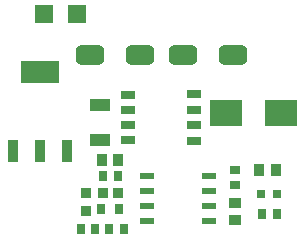
<source format=gtp>
%FSTAX23Y23*%
%MOIN*%
%SFA1B1*%

%IPPOS*%
%AMD16*
4,1,8,-0.024600,0.008900,-0.024600,-0.008900,-0.022700,-0.010800,0.022700,-0.010800,0.024600,-0.008900,0.024600,0.008900,0.022700,0.010800,-0.022700,0.010800,-0.024600,0.008900,0.0*
1,1,0.003900,-0.022700,0.008900*
1,1,0.003900,-0.022700,-0.008900*
1,1,0.003900,0.022700,-0.008900*
1,1,0.003900,0.022700,0.008900*
%
%AMD17*
4,1,8,-0.032000,-0.031700,0.032000,-0.031700,0.047800,-0.015800,0.047800,0.015800,0.032000,0.031700,-0.032000,0.031700,-0.047800,0.015800,-0.047800,-0.015800,-0.032000,-0.031700,0.0*
1,1,0.031700,-0.032000,-0.015800*
1,1,0.031700,0.032000,-0.015800*
1,1,0.031700,0.032000,0.015800*
1,1,0.031700,-0.032000,0.015800*
%
%ADD15R,0.027000X0.033470*%
G04~CAMADD=16~8~0.0~0.0~216.5~492.1~19.5~0.0~15~0.0~0.0~0.0~0.0~0~0.0~0.0~0.0~0.0~0~0.0~0.0~0.0~90.0~492.0~216.0*
%ADD16D16*%
G04~CAMADD=17~8~0.0~0.0~956.7~633.9~158.5~0.0~15~0.0~0.0~0.0~0.0~0~0.0~0.0~0.0~0.0~0~0.0~0.0~0.0~180.0~956.0~633.0*
%ADD17D17*%
%ADD18R,0.035430X0.074800*%
%ADD19R,0.125980X0.074800*%
%ADD20R,0.035430X0.041340*%
%ADD21R,0.029530X0.035430*%
%ADD22R,0.031750X0.034180*%
%ADD23R,0.037400X0.037400*%
%ADD24R,0.031500X0.035430*%
%ADD25R,0.027560X0.033470*%
%ADD26R,0.029850X0.031970*%
%ADD27R,0.041340X0.035430*%
%ADD28R,0.027560X0.025590*%
%ADD29R,0.031970X0.029850*%
%ADD30R,0.106300X0.086610*%
%ADD31R,0.047240X0.025590*%
%ADD32R,0.066140X0.039370*%
%ADD33R,0.060000X0.060000*%
%LNboost-shield-v1.5-1*%
%LPD*%
G54D15*
X00458Y00053D03*
X00413D03*
G54D16*
X00838Y0008D03*
Y0013D03*
Y0018D03*
Y0023D03*
X00631Y0008D03*
Y0013D03*
Y0018D03*
Y0023D03*
G54D17*
X0061Y00635D03*
X00441D03*
X0092D03*
X00751D03*
G54D18*
X00184Y00313D03*
X00275D03*
X00365D03*
G54D19*
X00275Y00576D03*
G54D20*
X00537Y00285D03*
X00482D03*
X01006Y0025D03*
X01063D03*
G54D21*
X00487Y0023D03*
X00535D03*
G54D22*
X00485Y00175D03*
X00534D03*
G54D23*
X0043Y00115D03*
Y00174D03*
G54D24*
X0048Y0012D03*
X00539D03*
G54D25*
X00554Y00055D03*
X00505D03*
G54D26*
X01064Y00105D03*
X01015D03*
G54D27*
X00925Y00085D03*
Y00142D03*
G54D28*
X01065Y0017D03*
X01013D03*
G54D29*
X00925Y00249D03*
Y002D03*
G54D30*
X0108Y0044D03*
X00895D03*
G54D31*
X0079Y00504D03*
Y00451D03*
Y00399D03*
Y00346D03*
X00568Y0035D03*
Y004D03*
Y0045D03*
Y005D03*
G54D32*
X00475Y00352D03*
Y00467D03*
G54D33*
X004Y0077D03*
X0029D03*
M02*
</source>
